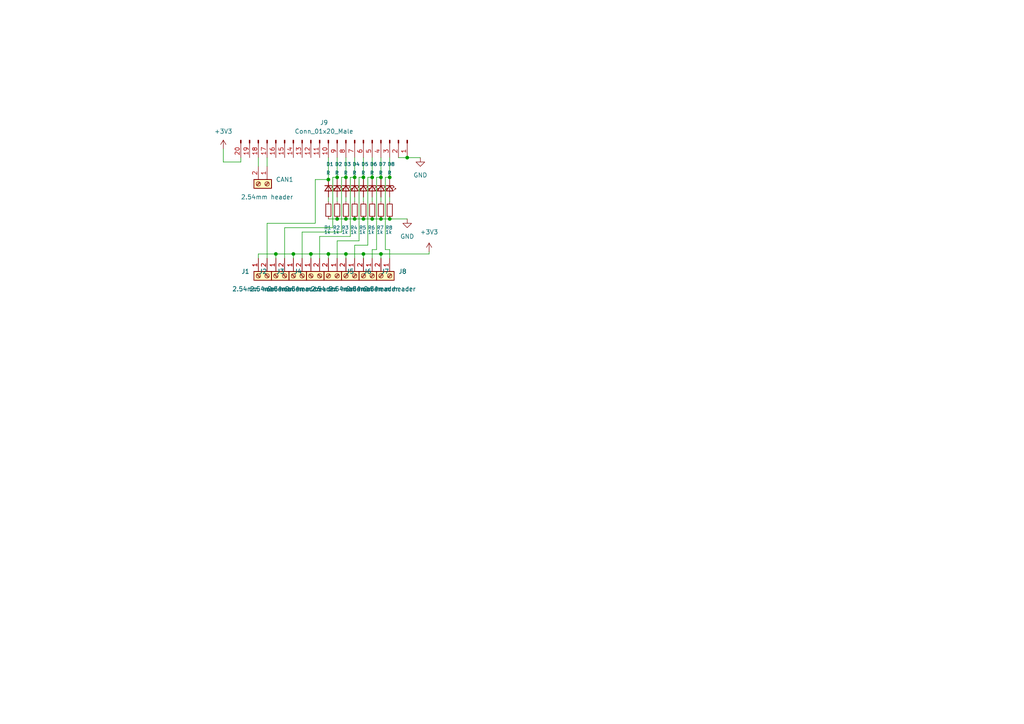
<source format=kicad_sch>
(kicad_sch (version 20211123) (generator eeschema)
  (paper "A4")
  (lib_symbols
    (symbol "Connector:Conn_01x20_Male" (pin_names (offset 1.016) hide)
      (property "Reference" "J" (at 0 25.4 0))
      (property "Value" "Conn_01x20_Male" (at 0 -27.94 0))
      (symbol "Conn_01x20_Male_1_1"
        (polyline (pts (xy 1.27 -25.4) (xy 0.8636 -25.4)) (stroke (width 0.1524)))
        (polyline (pts (xy 1.27 -22.86) (xy 0.8636 -22.86)) (stroke (width 0.1524)))
        (polyline (pts (xy 1.27 -20.32) (xy 0.8636 -20.32)) (stroke (width 0.1524)))
        (polyline (pts (xy 1.27 -17.78) (xy 0.8636 -17.78)) (stroke (width 0.1524)))
        (polyline (pts (xy 1.27 -15.24) (xy 0.8636 -15.24)) (stroke (width 0.1524)))
        (polyline (pts (xy 1.27 -12.7) (xy 0.8636 -12.7)) (stroke (width 0.1524)))
        (polyline (pts (xy 1.27 -10.16) (xy 0.8636 -10.16)) (stroke (width 0.1524)))
        (polyline (pts (xy 1.27 -7.62) (xy 0.8636 -7.62)) (stroke (width 0.1524)))
        (polyline (pts (xy 1.27 -5.08) (xy 0.8636 -5.08)) (stroke (width 0.1524)))
        (polyline (pts (xy 1.27 -2.54) (xy 0.8636 -2.54)) (stroke (width 0.1524)))
        (polyline (pts (xy 1.27 0) (xy 0.8636 0)) (stroke (width 0.1524)))
        (polyline (pts (xy 1.27 2.54) (xy 0.8636 2.54)) (stroke (width 0.1524)))
        (polyline (pts (xy 1.27 5.08) (xy 0.8636 5.08)) (stroke (width 0.1524)))
        (polyline (pts (xy 1.27 7.62) (xy 0.8636 7.62)) (stroke (width 0.1524)))
        (polyline (pts (xy 1.27 10.16) (xy 0.8636 10.16)) (stroke (width 0.1524)))
        (polyline (pts (xy 1.27 12.7) (xy 0.8636 12.7)) (stroke (width 0.1524)))
        (polyline (pts (xy 1.27 15.24) (xy 0.8636 15.24)) (stroke (width 0.1524)))
        (polyline (pts (xy 1.27 17.78) (xy 0.8636 17.78)) (stroke (width 0.1524)))
        (polyline (pts (xy 1.27 20.32) (xy 0.8636 20.32)) (stroke (width 0.1524)))
        (polyline (pts (xy 1.27 22.86) (xy 0.8636 22.86)) (stroke (width 0.1524)))
        (rectangle (start 0.8636 -25.273) (end 0 -25.527) (stroke (width 0.1524)) (fill (type outline)))
        (rectangle (start 0.8636 -22.733) (end 0 -22.987) (stroke (width 0.1524)) (fill (type outline)))
        (rectangle (start 0.8636 -20.193) (end 0 -20.447) (stroke (width 0.1524)) (fill (type outline)))
        (rectangle (start 0.8636 -17.653) (end 0 -17.907) (stroke (width 0.1524)) (fill (type outline)))
        (rectangle (start 0.8636 -15.113) (end 0 -15.367) (stroke (width 0.1524)) (fill (type outline)))
        (rectangle (start 0.8636 -12.573) (end 0 -12.827) (stroke (width 0.1524)) (fill (type outline)))
        (rectangle (start 0.8636 -10.033) (end 0 -10.287) (stroke (width 0.1524)) (fill (type outline)))
        (rectangle (start 0.8636 -7.493) (end 0 -7.747) (stroke (width 0.1524)) (fill (type outline)))
        (rectangle (start 0.8636 -4.953) (end 0 -5.207) (stroke (width 0.1524)) (fill (type outline)))
        (rectangle (start 0.8636 -2.413) (end 0 -2.667) (stroke (width 0.1524)) (fill (type outline)))
        (rectangle (start 0.8636 0.127) (end 0 -0.127) (stroke (width 0.1524)) (fill (type outline)))
        (rectangle (start 0.8636 2.667) (end 0 2.413) (stroke (width 0.1524)) (fill (type outline)))
        (rectangle (start 0.8636 5.207) (end 0 4.953) (stroke (width 0.1524)) (fill (type outline)))
        (rectangle (start 0.8636 7.747) (end 0 7.493) (stroke (width 0.1524)) (fill (type outline)))
        (rectangle (start 0.8636 10.287) (end 0 10.033) (stroke (width 0.1524)) (fill (type outline)))
        (rectangle (start 0.8636 12.827) (end 0 12.573) (stroke (width 0.1524)) (fill (type outline)))
        (rectangle (start 0.8636 15.367) (end 0 15.113) (stroke (width 0.1524)) (fill (type outline)))
        (rectangle (start 0.8636 17.907) (end 0 17.653) (stroke (width 0.1524)) (fill (type outline)))
        (rectangle (start 0.8636 20.447) (end 0 20.193) (stroke (width 0.1524)) (fill (type outline)))
        (rectangle (start 0.8636 22.987) (end 0 22.733) (stroke (width 0.1524)) (fill (type outline)))
        (pin passive line (at 5.08 22.86 180) (length 3.81) (name "Pin_1") (number "1"))
        (pin passive line (at 5.08 0 180) (length 3.81) (name "Pin_10") (number "10"))
        (pin passive line (at 5.08 -2.54 180) (length 3.81) (name "Pin_11") (number "11"))
        (pin passive line (at 5.08 -5.08 180) (length 3.81) (name "Pin_12") (number "12"))
        (pin passive line (at 5.08 -7.62 180) (length 3.81) (name "Pin_13") (number "13"))
        (pin passive line (at 5.08 -10.16 180) (length 3.81) (name "Pin_14") (number "14"))
        (pin passive line (at 5.08 -12.7 180) (length 3.81) (name "Pin_15") (number "15"))
        (pin passive line (at 5.08 -15.24 180) (length 3.81) (name "Pin_16") (number "16"))
        (pin passive line (at 5.08 -17.78 180) (length 3.81) (name "Pin_17") (number "17"))
        (pin passive line (at 5.08 -20.32 180) (length 3.81) (name "Pin_18") (number "18"))
        (pin passive line (at 5.08 -22.86 180) (length 3.81) (name "Pin_19") (number "19"))
        (pin passive line (at 5.08 20.32 180) (length 3.81) (name "Pin_2") (number "2"))
        (pin passive line (at 5.08 -25.4 180) (length 3.81) (name "Pin_20") (number "20"))
        (pin passive line (at 5.08 17.78 180) (length 3.81) (name "Pin_3") (number "3"))
        (pin passive line (at 5.08 15.24 180) (length 3.81) (name "Pin_4") (number "4"))
        (pin passive line (at 5.08 12.7 180) (length 3.81) (name "Pin_5") (number "5"))
        (pin passive line (at 5.08 10.16 180) (length 3.81) (name "Pin_6") (number "6"))
        (pin passive line (at 5.08 7.62 180) (length 3.81) (name "Pin_7") (number "7"))
        (pin passive line (at 5.08 5.08 180) (length 3.81) (name "Pin_8") (number "8"))
        (pin passive line (at 5.08 2.54 180) (length 3.81) (name "Pin_9") (number "9"))
      )
    )
    (symbol "Connector:Screw_Terminal_01x02" (pin_names (offset 1.016) hide)
      (property "Reference" "J" (at 0 2.54 0))
      (property "Value" "Screw_Terminal_01x02" (at 0 -5.08 0))
      (symbol "Screw_Terminal_01x02_1_1"
        (rectangle (start -1.27 1.27) (end 1.27 -3.81) (stroke (width 0.254)) (fill (type background)))
        (circle (center 0 -2.54) (radius 0.635) (stroke (width 0.1524)))
        (polyline (pts (xy -0.5334 -2.2098) (xy 0.3302 -3.048)) (stroke (width 0.1524)))
        (polyline (pts (xy -0.5334 0.3302) (xy 0.3302 -0.508)) (stroke (width 0.1524)))
        (polyline (pts (xy -0.3556 -2.032) (xy 0.508 -2.8702)) (stroke (width 0.1524)))
        (polyline (pts (xy -0.3556 0.508) (xy 0.508 -0.3302)) (stroke (width 0.1524)))
        (circle (center 0 0) (radius 0.635) (stroke (width 0.1524)))
        (pin passive line (at -5.08 0 0) (length 3.81) (name "Pin_1") (number "1"))
        (pin passive line (at -5.08 -2.54 0) (length 3.81) (name "Pin_2") (number "2"))
      )
    )
    (symbol "Device:LED_Small" (pin_numbers hide) (pin_names (offset 0.254) hide)
      (property "Reference" "D" (at -1.27 3.175 0))
      (property "Value" "LED_Small" (at -4.445 -2.54 0))
      (symbol "LED_Small_0_1"
        (polyline (pts (xy -0.762 -1.016) (xy -0.762 1.016)) (stroke (width 0.254)))
        (polyline (pts (xy 1.016 0) (xy -0.762 0)))
        (polyline (pts (xy 0.762 -1.016) (xy -0.762 0) (xy 0.762 1.016) (xy 0.762 -1.016)) (stroke (width 0.254)))
        (polyline (pts (xy 0 0.762) (xy -0.508 1.27) (xy -0.254 1.27) (xy -0.508 1.27) (xy -0.508 1.016)))
        (polyline (pts (xy 0.508 1.27) (xy 0 1.778) (xy 0.254 1.778) (xy 0 1.778) (xy 0 1.524)))
      )
      (symbol "LED_Small_1_1"
        (pin passive line (at -2.54 0 0) (length 1.778) (name "K") (number "1"))
        (pin passive line (at 2.54 0 180) (length 1.778) (name "A") (number "2"))
      )
    )
    (symbol "Device:R_Small" (pin_numbers hide) (pin_names (offset 0.254) hide)
      (property "Reference" "R" (at 0.762 0.508 0))
      (property "Value" "R_Small" (at 0.762 -1.016 0))
      (symbol "R_Small_0_1"
        (rectangle (start -0.762 1.778) (end 0.762 -1.778) (stroke (width 0.2032)))
      )
      (symbol "R_Small_1_1"
        (pin passive line (at 0 2.54 270) (length 0.762) (name "~") (number "1"))
        (pin passive line (at 0 -2.54 90) (length 0.762) (name "~") (number "2"))
      )
    )
    (symbol "power:+3.3V" (power) (pin_names (offset 0))
      (property "Value" "+3.3V" (at 0 3.556 0))
      (symbol "+3.3V_0_1"
        (polyline (pts (xy -0.762 1.27) (xy 0 2.54)))
        (polyline (pts (xy 0 0) (xy 0 2.54)))
        (polyline (pts (xy 0 2.54) (xy 0.762 1.27)))
      )
      (symbol "+3.3V_1_1"
        (pin power_in line (at 0 0 90) (length 0) hide (name "+3V3") (number "1"))
      )
    )
    (symbol "power:GND" (power) (pin_names (offset 0))
      (property "Value" "GND" (at 0 -3.81 0))
      (symbol "GND_0_1"
        (polyline (pts (xy 0 0) (xy 0 -1.27) (xy 1.27 -1.27) (xy 0 -2.54) (xy -1.27 -1.27) (xy 0 -1.27)))
      )
      (symbol "GND_1_1"
        (pin power_in line (at 0 0 270) (length 0) hide (name "GND") (number "1"))
      )
    )
  )
  (junction (at 85.09 73.66))
  (junction (at 97.79 63.5))
  (junction (at 113.03 63.5))
  (junction (at 100.33 73.66))
  (junction (at 102.87 51.435))
  (junction (at 110.49 73.66))
  (junction (at 110.49 51.435))
  (junction (at 105.41 73.66))
  (junction (at 102.87 63.5))
  (junction (at 100.33 51.435))
  (junction (at 107.95 51.435))
  (junction (at 90.17 73.66))
  (junction (at 97.79 51.435))
  (junction (at 107.95 63.5))
  (junction (at 95.25 52.07))
  (junction (at 113.03 51.435))
  (junction (at 100.33 63.5))
  (junction (at 110.49 63.5))
  (junction (at 80.01 73.66))
  (junction (at 95.25 73.66))
  (junction (at 105.41 63.5))
  (junction (at 105.41 51.435))
  (junction (at 118.11 45.72))
  (wire (pts (xy 101.6 51.435) (xy 102.87 51.435)))
  (wire (pts (xy 113.03 51.435) (xy 113.03 52.07)))
  (wire (pts (xy 100.33 51.435) (xy 100.33 52.07)))
  (wire (pts (xy 105.41 57.15) (xy 105.41 58.42)))
  (wire (pts (xy 105.41 45.72) (xy 105.41 51.435)))
  (wire (pts (xy 91.44 52.07) (xy 91.44 64.77)))
  (wire (pts (xy 95.25 63.5) (xy 97.79 63.5)))
  (wire (pts (xy 96.52 66.04) (xy 82.55 66.04)))
  (wire (pts (xy 99.06 67.31) (xy 87.63 67.31)))
  (wire (pts (xy 97.79 69.85) (xy 97.79 74.93)))
  (wire (pts (xy 100.33 63.5) (xy 102.87 63.5)))
  (wire (pts (xy 99.06 51.435) (xy 99.06 67.31)))
  (wire (pts (xy 104.14 51.435) (xy 104.14 69.85)))
  (wire (pts (xy 95.25 73.66) (xy 95.25 74.93)))
  (wire (pts (xy 111.76 51.435) (xy 113.03 51.435)))
  (wire (pts (xy 90.17 73.66) (xy 85.09 73.66)))
  (wire (pts (xy 109.22 51.435) (xy 109.22 72.39)))
  (wire (pts (xy 110.49 74.93) (xy 110.49 73.66)))
  (wire (pts (xy 105.41 73.66) (xy 100.33 73.66)))
  (wire (pts (xy 77.47 64.77) (xy 77.47 74.93)))
  (wire (pts (xy 100.33 73.66) (xy 100.33 74.93)))
  (wire (pts (xy 91.44 64.77) (xy 77.47 64.77)))
  (wire (pts (xy 111.76 72.39) (xy 111.76 51.435)))
  (wire (pts (xy 115.57 45.72) (xy 118.11 45.72)))
  (wire (pts (xy 97.79 51.435) (xy 97.79 52.07)))
  (wire (pts (xy 110.49 51.435) (xy 109.22 51.435)))
  (wire (pts (xy 100.33 51.435) (xy 99.06 51.435)))
  (wire (pts (xy 85.09 73.66) (xy 80.01 73.66)))
  (wire (pts (xy 102.87 63.5) (xy 105.41 63.5)))
  (wire (pts (xy 113.03 45.72) (xy 113.03 51.435)))
  (wire (pts (xy 95.25 57.15) (xy 95.25 58.42)))
  (wire (pts (xy 107.95 57.15) (xy 107.95 58.42)))
  (wire (pts (xy 105.41 51.435) (xy 105.41 52.07)))
  (wire (pts (xy 96.52 66.04) (xy 96.52 51.435)))
  (wire (pts (xy 64.77 43.18) (xy 64.77 46.99)))
  (wire (pts (xy 110.49 73.66) (xy 124.46 73.66)))
  (wire (pts (xy 110.49 73.66) (xy 105.41 73.66)))
  (wire (pts (xy 106.68 71.12) (xy 106.68 51.435)))
  (wire (pts (xy 100.33 73.66) (xy 95.25 73.66)))
  (wire (pts (xy 113.03 57.15) (xy 113.03 58.42)))
  (wire (pts (xy 106.68 51.435) (xy 107.95 51.435)))
  (wire (pts (xy 64.77 46.99) (xy 69.85 46.99)))
  (wire (pts (xy 96.52 51.435) (xy 97.79 51.435)))
  (wire (pts (xy 97.79 63.5) (xy 100.33 63.5)))
  (wire (pts (xy 118.11 45.72) (xy 121.92 45.72)))
  (wire (pts (xy 107.95 51.435) (xy 107.95 52.07)))
  (wire (pts (xy 95.25 45.72) (xy 95.25 52.07)))
  (wire (pts (xy 102.87 57.15) (xy 102.87 58.42)))
  (wire (pts (xy 110.49 45.72) (xy 110.49 51.435)))
  (wire (pts (xy 101.6 68.58) (xy 92.71 68.58)))
  (wire (pts (xy 107.95 63.5) (xy 110.49 63.5)))
  (wire (pts (xy 104.14 69.85) (xy 97.79 69.85)))
  (wire (pts (xy 69.85 46.99) (xy 69.85 45.72)))
  (wire (pts (xy 102.87 51.435) (xy 102.87 52.07)))
  (wire (pts (xy 110.49 57.15) (xy 110.49 58.42)))
  (wire (pts (xy 106.68 71.12) (xy 102.87 71.12)))
  (wire (pts (xy 111.76 72.39) (xy 113.03 72.39)))
  (wire (pts (xy 95.25 73.66) (xy 90.17 73.66)))
  (wire (pts (xy 101.6 68.58) (xy 101.6 51.435)))
  (wire (pts (xy 102.87 45.72) (xy 102.87 51.435)))
  (wire (pts (xy 105.41 73.66) (xy 105.41 74.93)))
  (wire (pts (xy 80.01 73.66) (xy 74.93 73.66)))
  (wire (pts (xy 113.03 63.5) (xy 118.11 63.5)))
  (wire (pts (xy 107.95 45.72) (xy 107.95 51.435)))
  (wire (pts (xy 109.22 72.39) (xy 107.95 72.39)))
  (wire (pts (xy 74.93 73.66) (xy 74.93 74.93)))
  (wire (pts (xy 124.46 73.025) (xy 124.46 73.66)))
  (wire (pts (xy 110.49 51.435) (xy 110.49 52.07)))
  (wire (pts (xy 97.79 57.15) (xy 97.79 58.42)))
  (wire (pts (xy 77.47 45.72) (xy 77.47 48.26)))
  (wire (pts (xy 82.55 66.04) (xy 82.55 74.93)))
  (wire (pts (xy 113.03 72.39) (xy 113.03 74.93)))
  (wire (pts (xy 105.41 51.435) (xy 104.14 51.435)))
  (wire (pts (xy 90.17 73.66) (xy 90.17 74.93)))
  (wire (pts (xy 110.49 63.5) (xy 113.03 63.5)))
  (wire (pts (xy 85.09 73.66) (xy 85.09 74.93)))
  (wire (pts (xy 102.87 71.12) (xy 102.87 74.93)))
  (wire (pts (xy 105.41 63.5) (xy 107.95 63.5)))
  (wire (pts (xy 87.63 67.31) (xy 87.63 74.93)))
  (wire (pts (xy 107.95 72.39) (xy 107.95 74.93)))
  (wire (pts (xy 91.44 52.07) (xy 95.25 52.07)))
  (wire (pts (xy 100.33 45.72) (xy 100.33 51.435)))
  (wire (pts (xy 100.33 57.15) (xy 100.33 58.42)))
  (wire (pts (xy 74.93 45.72) (xy 74.93 48.26)))
  (wire (pts (xy 92.71 68.58) (xy 92.71 74.93)))
  (wire (pts (xy 97.79 45.72) (xy 97.79 51.435)))
  (wire (pts (xy 80.01 73.66) (xy 80.01 74.93)))
  (symbol (lib_id "Device:R_Small") (at 100.33 60.96 0) (unit 1)
    (property "Reference" "R3" (at 99.06 66.04 0) (effects (font (size 1 1)) (justify left)))
    (property "Value" "1k" (at 99.06 67.31 0) (effects (font (size 1 1)) (justify left)))
    (property "Footprint" "Resistor_SMD:R_0805_2012Metric_Pad1.20x1.40mm_HandSolder" (effects hide))
  )
  (symbol (lib_id "Device:LED_Small") (at 113.03 54.61 270) (unit 1)
    (property "Reference" "D8" (at 112.395 47.625 90) (effects (font (size 1 1)) (justify left)))
    (property "Value" "R" (at 112.395 50.165 90) (effects (font (size 1 1)) (justify left)))
    (property "Footprint" "Diode_SMD:D_0805_2012Metric_Pad1.15x1.40mm_HandSolder" (effects hide))
  )
  (symbol (lib_id "Connector:Screw_Terminal_01x02") (at 80.01 80.01 90) (mirror x) (unit 1)
    (property "Reference" "J2" (at 77.47 78.7399 90) (effects (justify left)))
    (property "Value" "2.54mm header" (at 87.63 83.82 90) (effects (justify left)))
    (property "Footprint" "Connector_PinSocket_2.54mm:PinSocket_1x02_P2.54mm_Vertical" (effects hide))
  )
  (symbol (lib_id "Device:LED_Small") (at 97.79 54.61 270) (unit 1)
    (property "Reference" "D2" (at 97.155 47.625 90) (effects (font (size 1 1)) (justify left)))
    (property "Value" "R" (at 97.155 50.165 90) (effects (font (size 1 1)) (justify left)))
    (property "Footprint" "Diode_SMD:D_0805_2012Metric_Pad1.15x1.40mm_HandSolder" (effects hide))
  )
  (symbol (lib_id "Device:LED_Small") (at 95.25 54.61 270) (unit 1)
    (property "Reference" "D1" (at 94.615 47.625 90) (effects (font (size 1 1)) (justify left)))
    (property "Value" "R" (at 94.615 50.165 90) (effects (font (size 1 1)) (justify left)))
    (property "Footprint" "Diode_SMD:D_0805_2012Metric_Pad1.15x1.40mm_HandSolder" (effects hide))
  )
  (symbol (lib_id "Connector:Screw_Terminal_01x02") (at 102.87 80.01 270) (unit 1)
    (property "Reference" "J6" (at 105.41 78.7399 90) (effects (justify left)))
    (property "Value" "2.54mm header" (at 95.25 83.82 90) (effects (justify left)))
    (property "Footprint" "TerminalBlock:TerminalBlock_bornier-2_P5.08mm" (effects hide))
  )
  (symbol (lib_id "Connector:Screw_Terminal_01x02") (at 90.17 80.01 90) (mirror x) (unit 1)
    (property "Reference" "J4" (at 87.63 78.7399 90) (effects (justify left)))
    (property "Value" "2.54mm header" (at 97.79 83.82 90) (effects (justify left)))
    (property "Footprint" "Connector_PinSocket_2.54mm:PinSocket_1x02_P2.54mm_Vertical" (effects hide))
  )
  (symbol (lib_id "Device:R_Small") (at 105.41 60.96 0) (unit 1)
    (property "Reference" "R5" (at 104.14 66.04 0) (effects (font (size 1 1)) (justify left)))
    (property "Value" "1k" (at 104.14 67.31 0) (effects (font (size 1 1)) (justify left)))
    (property "Footprint" "Resistor_SMD:R_0805_2012Metric_Pad1.20x1.40mm_HandSolder" (effects hide))
  )
  (symbol (lib_id "Device:LED_Small") (at 102.87 54.61 270) (unit 1)
    (property "Reference" "D4" (at 102.235 47.625 90) (effects (font (size 1 1)) (justify left)))
    (property "Value" "R" (at 102.235 50.165 90) (effects (font (size 1 1)) (justify left)))
    (property "Footprint" "Diode_SMD:D_0805_2012Metric_Pad1.15x1.40mm_HandSolder" (effects hide))
  )
  (symbol (lib_id "Device:R_Small") (at 113.03 60.96 0) (unit 1)
    (property "Reference" "R8" (at 111.76 66.04 0) (effects (font (size 1 1)) (justify left)))
    (property "Value" "1k" (at 111.76 67.31 0) (effects (font (size 1 1)) (justify left)))
    (property "Footprint" "Resistor_SMD:R_0805_2012Metric_Pad1.20x1.40mm_HandSolder" (effects hide))
  )
  (symbol (lib_id "Device:LED_Small") (at 110.49 54.61 270) (unit 1)
    (property "Reference" "D7" (at 109.855 47.625 90) (effects (font (size 1 1)) (justify left)))
    (property "Value" "R" (at 109.855 50.165 90) (effects (font (size 1 1)) (justify left)))
    (property "Footprint" "Diode_SMD:D_0805_2012Metric_Pad1.15x1.40mm_HandSolder" (effects hide))
  )
  (symbol (lib_id "Connector:Screw_Terminal_01x02") (at 113.03 80.01 270) (unit 1)
    (property "Reference" "J8" (at 115.57 78.7399 90) (effects (justify left)))
    (property "Value" "2.54mm header" (at 105.41 83.82 90) (effects (justify left)))
    (property "Footprint" "TerminalBlock:TerminalBlock_bornier-2_P5.08mm" (effects hide))
  )
  (symbol (lib_id "power:GND") (at 121.92 45.72 0) (unit 1)
    (property "Reference" "#PWR04" (effects hide))
    (property "Value" "GND" (at 121.92 50.8 0))
  )
  (symbol (lib_id "Device:LED_Small") (at 105.41 54.61 270) (unit 1)
    (property "Reference" "D5" (at 104.775 47.625 90) (effects (font (size 1 1)) (justify left)))
    (property "Value" "R" (at 104.775 50.165 90) (effects (font (size 1 1)) (justify left)))
    (property "Footprint" "Diode_SMD:D_0805_2012Metric_Pad1.15x1.40mm_HandSolder" (effects hide))
  )
  (symbol (lib_id "power:GND") (at 118.11 63.5 0) (unit 1)
    (property "Reference" "#PWR0101" (effects hide))
    (property "Value" "GND" (at 118.11 68.58 0))
  )
  (symbol (lib_id "Device:LED_Small") (at 107.95 54.61 270) (unit 1)
    (property "Reference" "D6" (at 107.315 47.625 90) (effects (font (size 1 1)) (justify left)))
    (property "Value" "R" (at 107.315 50.165 90) (effects (font (size 1 1)) (justify left)))
    (property "Footprint" "Diode_SMD:D_0805_2012Metric_Pad1.15x1.40mm_HandSolder" (effects hide))
  )
  (symbol (lib_id "Device:R_Small") (at 107.95 60.96 0) (unit 1)
    (property "Reference" "R6" (at 106.68 66.04 0) (effects (font (size 1 1)) (justify left)))
    (property "Value" "1k" (at 106.68 67.31 0) (effects (font (size 1 1)) (justify left)))
    (property "Footprint" "Resistor_SMD:R_0805_2012Metric_Pad1.20x1.40mm_HandSolder" (effects hide))
  )
  (symbol (lib_id "Connector:Screw_Terminal_01x02") (at 97.79 80.01 270) (unit 1)
    (property "Reference" "J5" (at 100.33 78.7399 90) (effects (justify left)))
    (property "Value" "2.54mm header" (at 90.17 83.82 90) (effects (justify left)))
    (property "Footprint" "TerminalBlock:TerminalBlock_bornier-2_P5.08mm" (effects hide))
  )
  (symbol (lib_id "Device:R_Small") (at 110.49 60.96 0) (unit 1)
    (property "Reference" "R7" (at 109.22 66.04 0) (effects (font (size 1 1)) (justify left)))
    (property "Value" "1k" (at 109.22 67.31 0) (effects (font (size 1 1)) (justify left)))
    (property "Footprint" "Resistor_SMD:R_0805_2012Metric_Pad1.20x1.40mm_HandSolder" (effects hide))
  )
  (symbol (lib_id "power:+3.3V") (at 64.77 43.18 0) (unit 1)
    (property "Reference" "#PWR01" (effects hide))
    (property "Value" "+3.3V" (at 64.77 38.1 0))
  )
  (symbol (lib_id "Device:R_Small") (at 95.25 60.96 0) (unit 1)
    (property "Reference" "R1" (at 93.98 66.04 0) (effects (font (size 1 1)) (justify left)))
    (property "Value" "1k" (at 93.98 67.31 0) (effects (font (size 1 1)) (justify left)))
    (property "Footprint" "Resistor_SMD:R_0805_2012Metric_Pad1.20x1.40mm_HandSolder" (effects hide))
  )
  (symbol (lib_id "Connector:Conn_01x20_Male") (at 95.25 40.64 270) (unit 1)
    (property "Reference" "J9" (at 93.98 35.56 90))
    (property "Value" "Conn_01x20_Male" (at 93.98 38.1 90))
    (property "Footprint" "Connector_PinSocket_2.54mm:PinSocket_1x20_P2.54mm_Vertical" (effects hide))
  )
  (symbol (lib_id "Device:R_Small") (at 97.79 60.96 0) (unit 1)
    (property "Reference" "R2" (at 96.52 66.04 0) (effects (font (size 1 1)) (justify left)))
    (property "Value" "1k" (at 96.52 67.31 0) (effects (font (size 1 1)) (justify left)))
    (property "Footprint" "Resistor_SMD:R_0805_2012Metric_Pad1.20x1.40mm_HandSolder" (effects hide))
  )
  (symbol (lib_id "Connector:Screw_Terminal_01x02") (at 85.09 80.01 90) (mirror x) (unit 1)
    (property "Reference" "J3" (at 82.55 78.7399 90) (effects (justify left)))
    (property "Value" "2.54mm header" (at 92.71 83.82 90) (effects (justify left)))
    (property "Footprint" "Connector_PinSocket_2.54mm:PinSocket_1x02_P2.54mm_Vertical" (effects hide))
  )
  (symbol (lib_id "Connector:Screw_Terminal_01x02") (at 107.95 80.01 270) (unit 1)
    (property "Reference" "J7" (at 110.49 78.7399 90) (effects (justify left)))
    (property "Value" "2.54mm header" (at 100.33 83.82 90) (effects (justify left)))
    (property "Footprint" "TerminalBlock:TerminalBlock_bornier-2_P5.08mm" (effects hide))
  )
  (symbol (lib_id "Device:R_Small") (at 102.87 60.96 0) (unit 1)
    (property "Reference" "R4" (at 101.6 66.04 0) (effects (font (size 1 1)) (justify left)))
    (property "Value" "1k" (at 101.6 67.31 0) (effects (font (size 1 1)) (justify left)))
    (property "Footprint" "Resistor_SMD:R_0805_2012Metric_Pad1.20x1.40mm_HandSolder" (effects hide))
  )
  (symbol (lib_id "Device:LED_Small") (at 100.33 54.61 270) (unit 1)
    (property "Reference" "D3" (at 99.695 47.625 90) (effects (font (size 1 1)) (justify left)))
    (property "Value" "R" (at 99.695 50.165 90) (effects (font (size 1 1)) (justify left)))
    (property "Footprint" "Diode_SMD:D_0805_2012Metric_Pad1.15x1.40mm_HandSolder" (effects hide))
  )
  (symbol (lib_id "Connector:Screw_Terminal_01x02") (at 74.93 80.01 90) (mirror x) (unit 1)
    (property "Reference" "J1" (at 72.39 78.7399 90) (effects (justify left)))
    (property "Value" "2.54mm header" (at 82.55 83.82 90) (effects (justify left)))
    (property "Footprint" "Connector_PinSocket_2.54mm:PinSocket_1x02_P2.54mm_Vertical" (effects hide))
  )
  (symbol (lib_id "power:+3.3V") (at 124.46 73.025 0) (unit 1)
    (property "Reference" "#PWR0102" (effects hide))
    (property "Value" "+3.3V" (at 124.46 67.31 0))
  )
  (symbol (lib_id "Connector:Screw_Terminal_01x02") (at 77.47 53.34 270) (unit 1)
    (property "Reference" "CAN1" (at 80.01 52.0699 90) (effects (justify left)))
    (property "Value" "2.54mm header" (at 69.85 57.15 90) (effects (justify left)))
    (property "Footprint" "TerminalBlock:TerminalBlock_bornier-2_P5.08mm" (effects hide))
  )
)
</source>
